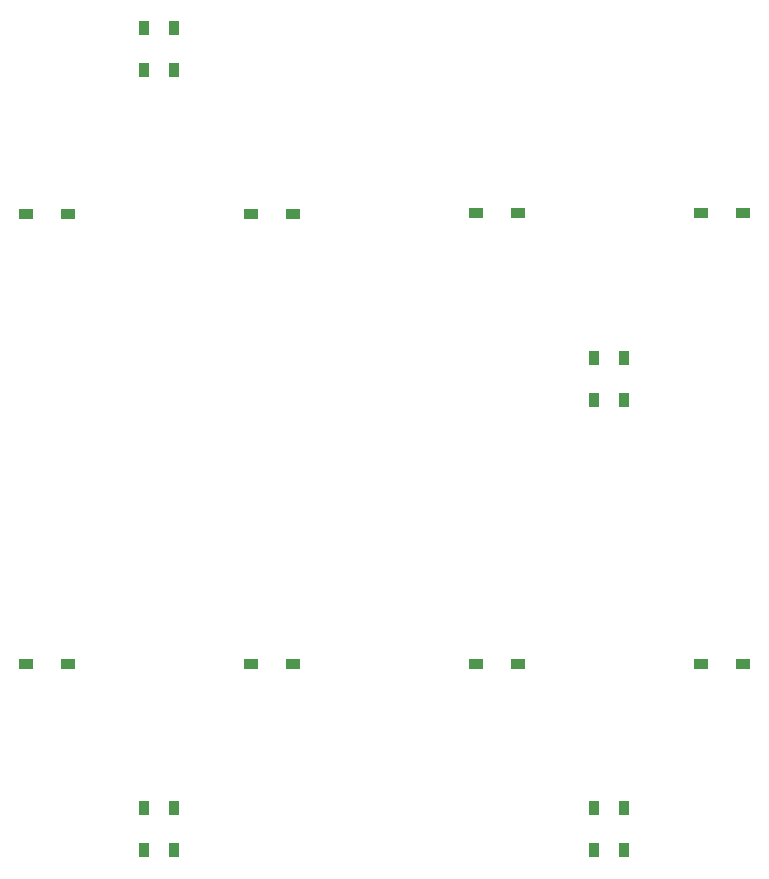
<source format=gbr>
G04 #@! TF.GenerationSoftware,KiCad,Pcbnew,(5.1.2)-2*
G04 #@! TF.CreationDate,2020-01-01T19:17:51+08:00*
G04 #@! TF.ProjectId,redox-receiver,7265646f-782d-4726-9563-65697665722e,rev?*
G04 #@! TF.SameCoordinates,Original*
G04 #@! TF.FileFunction,Paste,Top*
G04 #@! TF.FilePolarity,Positive*
%FSLAX46Y46*%
G04 Gerber Fmt 4.6, Leading zero omitted, Abs format (unit mm)*
G04 Created by KiCad (PCBNEW (5.1.2)-2) date 2020-01-01 19:17:51*
%MOMM*%
%LPD*%
G04 APERTURE LIST*
%ADD10R,0.950000X1.300000*%
%ADD11R,1.300000X0.950000*%
G04 APERTURE END LIST*
D10*
X134620000Y-132585000D03*
X134620000Y-129035000D03*
X132080000Y-132585000D03*
X132080000Y-129035000D03*
X96520000Y-132585000D03*
X96520000Y-129035000D03*
X93980000Y-132585000D03*
X93980000Y-129035000D03*
D11*
X144650000Y-116840000D03*
X141100000Y-116840000D03*
X125567000Y-116840000D03*
X122017000Y-116840000D03*
X106550000Y-116840000D03*
X103000000Y-116840000D03*
X87500000Y-116840000D03*
X83950000Y-116840000D03*
D10*
X134620000Y-94485000D03*
X134620000Y-90935000D03*
X132080000Y-94485000D03*
X132080000Y-90935000D03*
D11*
X106550000Y-78740000D03*
X103000000Y-78740000D03*
X87500000Y-78740000D03*
X83950000Y-78740000D03*
X144650000Y-78581200D03*
X141100000Y-78581200D03*
X125600000Y-78581200D03*
X122050000Y-78581200D03*
D10*
X96520000Y-66545000D03*
X96520000Y-62995000D03*
X93980000Y-66545000D03*
X93980000Y-62995000D03*
M02*

</source>
